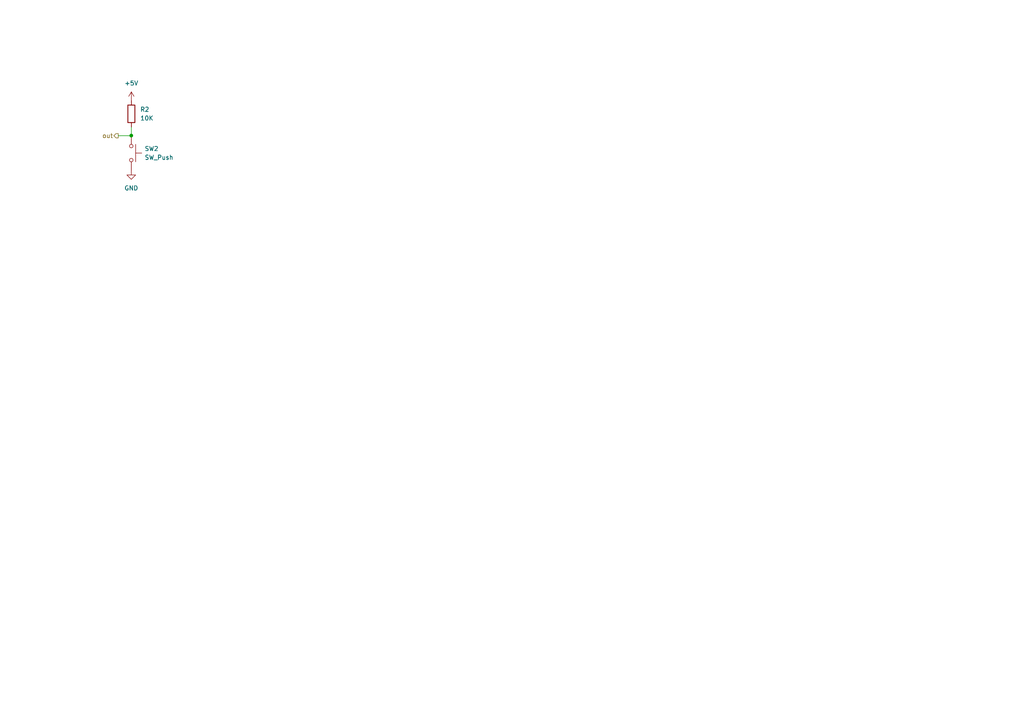
<source format=kicad_sch>
(kicad_sch (version 20211123) (generator eeschema)
  (paper "A4")
  (lib_symbols
    (symbol "Device:R" (pin_numbers hide) (pin_names (offset 0))
      (property "Reference" "R" (at 2.032 0 90))
      (property "Value" "R" (at 0 0 90))
      (symbol "R_0_1"
        (rectangle (start -1.016 -2.54) (end 1.016 2.54) (stroke (width 0.254)))
      )
      (symbol "R_1_1"
        (pin passive line (at 0 3.81 270) (length 1.27) (name "~") (number "1"))
        (pin passive line (at 0 -3.81 90) (length 1.27) (name "~") (number "2"))
      )
    )
    (symbol "MyLibrary:SW_Push"
      (property "Reference" "SW" (at 2.5654 3.6576 0))
      (property "Value" "SW_Push" (at 0.8128 -2.032 0))
      (symbol "SW_Push_0_1"
        (circle (center -2.0828 -0.0254) (radius 0.508))
        (polyline (pts (xy -0.0508 1.2446) (xy -0.0508 3.0226)))
        (polyline (pts (xy 2.4892 1.2446) (xy -2.5908 1.2446)))
        (circle (center 1.9812 -0.0254) (radius 0.508))
        (pin passive line (at -5.1308 -0.0254 0) (length 2.54) (name "") (number ""))
        (pin passive line (at 5.0292 -0.0254 180) (length 2.54) (name "") (number ""))
      )
    )
    (symbol "power:+5V" (power) (pin_names (offset 0))
      (property "Value" "+5V" (at 0 3.556 0))
      (symbol "+5V_0_1"
        (polyline (pts (xy -0.762 1.27) (xy 0 2.54)))
        (polyline (pts (xy 0 0) (xy 0 2.54)))
        (polyline (pts (xy 0 2.54) (xy 0.762 1.27)))
      )
      (symbol "+5V_1_1"
        (pin power_in line (at 0 0 90) (length 0) hide (name "+5V") (number "1"))
      )
    )
    (symbol "power:GND" (power) (pin_names (offset 0))
      (property "Value" "GND" (at 0 -3.81 0))
      (symbol "GND_0_1"
        (polyline (pts (xy 0 0) (xy 0 -1.27) (xy 1.27 -1.27) (xy 0 -2.54) (xy -1.27 -1.27) (xy 0 -1.27)))
      )
      (symbol "GND_1_1"
        (pin power_in line (at 0 0 270) (length 0) hide (name "GND") (number "1"))
      )
    )
  )
  (junction (at 38.0746 39.3192))
  (wire (pts (xy 34.29 39.37) (xy 38.1 39.37)))
  (wire (pts (xy 38.1 36.83) (xy 38.1 39.37)))
  (hierarchical_label "out" (shape output) (at 34.29 39.37 180))
  (symbol (lib_id "power:GND") (at 38.0746 49.4792 0)
    (property "Reference" "#PWR?" (effects hide))
    (property "Value" "GND" (at 38.0746 54.5592 0))
  )
  (symbol (lib_id "MyLibrary:SW_Push") (at 38.1 44.45 270)
    (property "Reference" "SW2" (at 41.91 43.1291 90) (effects (justify left)))
    (property "Value" "SW_Push" (at 41.91 45.6691 90) (effects (justify left)))
  )
  (symbol (lib_id "Device:R") (at 38.1 33.02 0)
    (property "Reference" "R2" (at 40.64 31.7499 0) (effects (justify left)))
    (property "Value" "10K" (at 40.64 34.2899 0) (effects (justify left)))
  )
  (symbol (lib_id "power:+5V") (at 38.1 29.21 0)
    (property "Reference" "#PWR?" (effects hide))
    (property "Value" "+5V" (at 38.1 24.13 0))
  )
)
</source>
